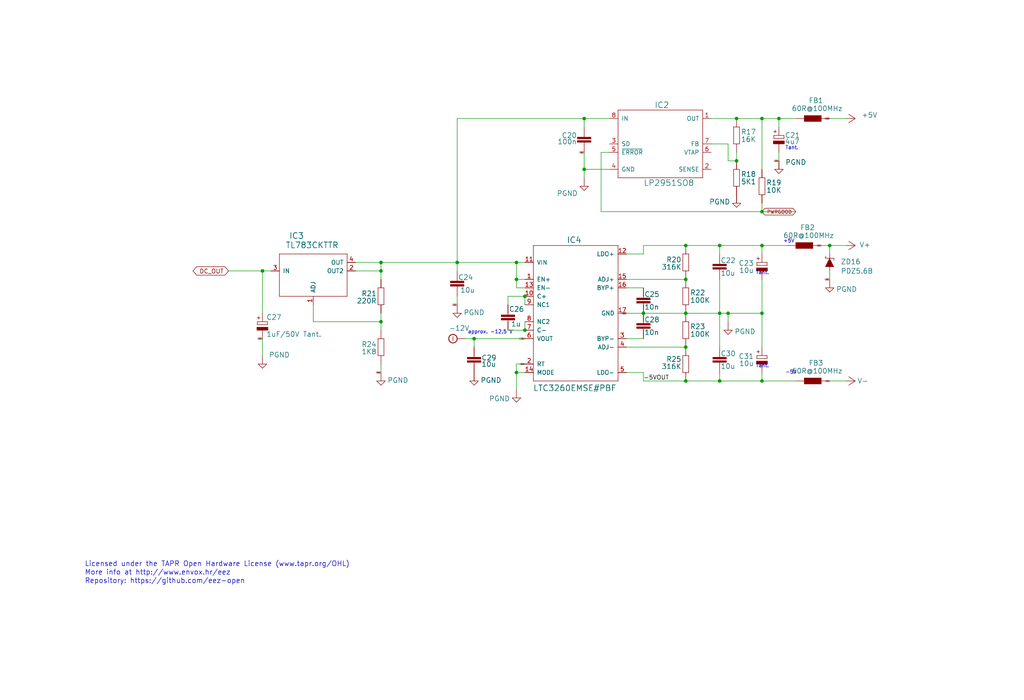
<source format=kicad_sch>
(kicad_sch (version 20210406) (generator eeschema)
  (paper "User" 307.213 210.007)
  (title_block (title "EEZ PSU consolidated") (rev "r5B13a") (comment 3 "Powergood signal") (comment 4 "Bias power supply (+/-5V, +5V, -12V)"))
  (lib_symbols
    (symbol "EEZ_PSU_consolidated_r5B13a-eagle-import:+5V" (power) (pin_names (offset 1.016))
      (property "Value" "+5V" (at -2.54 -5.08 90))
      (symbol "+5V_1_0"
        (polyline (pts (xy 0 0) (xy -1.27 -1.905)))
        (polyline (pts (xy 1.27 -1.905) (xy 0 0)))
        (pin power_in line (at 0 -2.54 90) (length 2.54) (name "+5V") (number "1"))
      )
    )
    (symbol "EEZ_PSU_consolidated_r5B13a-eagle-import:-9V" (power) (pin_names (offset 1.016))
      (property "Value" "-9V" (at -1.27 -4.699 0))
      (symbol "-9V_1_0"
        (circle (center 0 -1.27) (radius 1.27) (stroke (width 0.254)))
        (polyline (pts (xy -0.635 -1.27) (xy 0.635 -1.27)))
        (pin power_in line (at 0 2.54 270) (length 2.54) (name "-9V") (number "1"))
      )
    )
    (symbol "EEZ_PSU_consolidated_r5B13a-eagle-import:C-EUC0603" (pin_names (offset 1.016))
      (property "Reference" "C" (at 1.524 0.381 0))
      (property "Value" "C-EUC0603" (at 1.524 -4.699 0))
      (symbol "C-EUC0603_1_0"
        (rectangle (start -2.032 -2.032) (end 2.032 -1.524) (fill (type outline)))
        (rectangle (start -2.032 -1.016) (end 2.032 -0.508) (fill (type outline)))
        (polyline (pts (xy 0 -2.54) (xy 0 -2.032)))
        (polyline (pts (xy 0 0) (xy 0 -0.508)))
        (pin passive line (at 0 2.54 270) (length 2.54) (name "1") (number "1"))
        (pin passive line (at 0 -5.08 90) (length 2.54) (name "2") (number "2"))
      )
    )
    (symbol "EEZ_PSU_consolidated_r5B13a-eagle-import:C-EUC0805" (pin_names (offset 1.016))
      (property "Reference" "C" (at 1.524 0.381 0))
      (property "Value" "C-EUC0805" (at 1.524 -4.699 0))
      (symbol "C-EUC0805_1_0"
        (rectangle (start -2.032 -2.032) (end 2.032 -1.524) (fill (type outline)))
        (rectangle (start -2.032 -1.016) (end 2.032 -0.508) (fill (type outline)))
        (polyline (pts (xy 0 -2.54) (xy 0 -2.032)))
        (polyline (pts (xy 0 0) (xy 0 -0.508)))
        (pin passive line (at 0 2.54 270) (length 2.54) (name "1") (number "1"))
        (pin passive line (at 0 -5.08 90) (length 2.54) (name "2") (number "2"))
      )
    )
    (symbol "EEZ_PSU_consolidated_r5B13a-eagle-import:C-EUC1210" (pin_names (offset 1.016))
      (property "Reference" "C" (at 1.524 0.381 0))
      (property "Value" "C-EUC1210" (at 1.524 -4.699 0))
      (symbol "C-EUC1210_1_0"
        (rectangle (start -2.032 -2.032) (end 2.032 -1.524) (fill (type outline)))
        (rectangle (start -2.032 -1.016) (end 2.032 -0.508) (fill (type outline)))
        (polyline (pts (xy 0 -2.54) (xy 0 -2.032)))
        (polyline (pts (xy 0 0) (xy 0 -0.508)))
        (pin passive line (at 0 2.54 270) (length 2.54) (name "1") (number "1"))
        (pin passive line (at 0 -5.08 90) (length 2.54) (name "2") (number "2"))
      )
    )
    (symbol "EEZ_PSU_consolidated_r5B13a-eagle-import:CPOL-EUC_6032-28R" (pin_names (offset 1.016))
      (property "Reference" "C" (at 1.143 0.4826 0))
      (property "Value" "CPOL-EUC_6032-28R" (at 1.143 -4.5974 0))
      (symbol "CPOL-EUC_6032-28R_1_0"
        (text "+" (at -0.5842 0.4064 900) (effects (font (size 1.0668 1.0668)) (justify left bottom)))
        (rectangle (start -1.651 -2.54) (end 1.651 -1.651) (fill (type outline)))
        (polyline (pts (xy -1.524 -0.889) (xy 1.524 -0.889)))
        (polyline (pts (xy -1.524 0) (xy -1.524 -0.889)))
        (polyline (pts (xy -1.524 0) (xy 1.524 0)))
        (polyline (pts (xy 1.524 -0.889) (xy 1.524 0)))
        (pin passive line (at 0 2.54 270) (length 2.54) (name "+") (number "+"))
        (pin passive line (at 0 -5.08 90) (length 2.54) (name "-") (number "-"))
      )
    )
    (symbol "EEZ_PSU_consolidated_r5B13a-eagle-import:DINA4_L" (pin_names (offset 1.016))
      (symbol "DINA4_L_2_0"
        (text ">DRAWING_NAME" (at 17.78 19.05 0) (effects (font (size 2.54 2.54)) (justify left bottom)))
        (text ">LAST_DATE_TIME" (at 12.7 1.27 0) (effects (font (size 2.54 2.54)) (justify left bottom)))
        (text ">SHEET" (at 86.36 1.27 0) (effects (font (size 2.54 2.54)) (justify left bottom)))
        (text "Date:" (at 1.27 1.27 0) (effects (font (size 2.54 2.54)) (justify left bottom)))
        (text "Document Number:" (at 1.27 11.43 0) (effects (font (size 2.54 2.54)) (justify left bottom)))
        (text "REV:" (at 88.9 11.43 0) (effects (font (size 2.54 2.54)) (justify left bottom)))
        (text "Sheet:" (at 72.39 1.27 0) (effects (font (size 2.54 2.54)) (justify left bottom)))
        (text "TITLE:" (at 1.27 19.05 0) (effects (font (size 2.54 2.54)) (justify left bottom)))
        (polyline (pts (xy 0 0) (xy 0 5.08)))
        (polyline (pts (xy 0 0) (xy 71.12 0)))
        (polyline (pts (xy 0 5.08) (xy 0 15.24)))
        (polyline (pts (xy 0 5.08) (xy 71.12 5.08)))
        (polyline (pts (xy 0 15.24) (xy 0 22.86)))
        (polyline (pts (xy 0 22.86) (xy 0 35.56)))
        (polyline (pts (xy 0 22.86) (xy 101.6 22.86)))
        (polyline (pts (xy 71.12 0) (xy 101.6 0)))
        (polyline (pts (xy 71.12 5.08) (xy 71.12 0)))
        (polyline (pts (xy 71.12 5.08) (xy 87.63 5.08)))
        (polyline (pts (xy 87.63 5.08) (xy 101.6 5.08)))
        (polyline (pts (xy 87.63 15.24) (xy 0 15.24)))
        (polyline (pts (xy 87.63 15.24) (xy 87.63 5.08)))
        (polyline (pts (xy 101.6 5.08) (xy 101.6 0)))
        (polyline (pts (xy 101.6 15.24) (xy 87.63 15.24)))
        (polyline (pts (xy 101.6 15.24) (xy 101.6 5.08)))
        (polyline (pts (xy 101.6 22.86) (xy 101.6 15.24)))
        (polyline (pts (xy 101.6 35.56) (xy 0 35.56)))
        (polyline (pts (xy 101.6 35.56) (xy 101.6 22.86)))
      )
    )
    (symbol "EEZ_PSU_consolidated_r5B13a-eagle-import:ECAP1206" (pin_names (offset 1.016))
      (property "Reference" "C" (at 1.143 0.4826 0))
      (property "Value" "ECAP1206" (at 1.143 -4.5974 0))
      (symbol "ECAP1206_1_0"
        (text "+" (at -0.5842 0.4064 900) (effects (font (size 1.0668 1.0668)) (justify left bottom)))
        (rectangle (start -1.651 -2.54) (end 1.651 -1.651) (fill (type outline)))
        (polyline (pts (xy -1.524 -0.889) (xy 1.524 -0.889)))
        (polyline (pts (xy -1.524 0) (xy -1.524 -0.889)))
        (polyline (pts (xy -1.524 0) (xy 1.524 0)))
        (polyline (pts (xy 1.524 -0.889) (xy 1.524 0)))
        (pin passive line (at 0 2.54 270) (length 2.54) (name "+") (number "+"))
        (pin passive line (at 0 -5.08 90) (length 2.54) (name "-") (number "-"))
      )
    )
    (symbol "EEZ_PSU_consolidated_r5B13a-eagle-import:FERRITE_BEAD0603" (pin_names (offset 1.016))
      (property "Reference" "L" (at -3.81 1.3716 0))
      (property "Value" "FERRITE_BEAD0603" (at -3.81 -2.921 0))
      (symbol "FERRITE_BEAD0603_1_0"
        (rectangle (start -2.54 -0.889) (end 2.54 0.889) (fill (type outline)))
        (pin passive line (at -5.08 0 0) (length 2.54) (name "1") (number "P$1"))
        (pin passive line (at 5.08 0 180) (length 2.54) (name "2") (number "P$2"))
      )
    )
    (symbol "EEZ_PSU_consolidated_r5B13a-eagle-import:GND" (power) (pin_names (offset 1.016))
      (property "Value" "GND" (at -1.905 -3.175 0))
      (symbol "GND_1_0"
        (polyline (pts (xy -1.27 0) (xy 1.27 0)))
        (polyline (pts (xy 0 -1.27) (xy -1.27 0)))
        (polyline (pts (xy 1.27 0) (xy 0 -1.27)))
        (pin power_in line (at 0 2.54 270) (length 2.54) (name "GND") (number "1"))
      )
    )
    (symbol "EEZ_PSU_consolidated_r5B13a-eagle-import:LP2951SO8" (pin_names (offset 1.016))
      (property "Reference" "IC" (at -5.6388 11.303 0))
      (property "Value" "LP2951SO8" (at -6.3754 -13.3096 0))
      (symbol "LP2951SO8_1_0"
        (polyline (pts (xy -12.7 -10.16) (xy 12.7 -10.16)))
        (polyline (pts (xy -12.7 10.16) (xy -12.7 -10.16)))
        (polyline (pts (xy 12.7 -10.16) (xy 12.7 10.16)))
        (polyline (pts (xy 12.7 10.16) (xy -12.7 10.16)))
        (pin output line (at 15.24 7.62 180) (length 2.54) (name "OUT") (number "1"))
        (pin input line (at 15.24 -7.62 180) (length 2.54) (name "SENSE") (number "2"))
        (pin input line (at -15.24 0 0) (length 2.54) (name "SD") (number "3"))
        (pin passive line (at -15.24 -7.62 0) (length 2.54) (name "GND") (number "4"))
        (pin input line (at -15.24 -2.54 0) (length 2.54) (name "~ERROR") (number "5"))
        (pin input line (at 15.24 -2.54 180) (length 2.54) (name "VTAP") (number "6"))
        (pin input line (at 15.24 0 180) (length 2.54) (name "FB") (number "7"))
        (pin power_in line (at -15.24 7.62 0) (length 2.54) (name "IN") (number "8"))
      )
    )
    (symbol "EEZ_PSU_consolidated_r5B13a-eagle-import:LTC3260MSOP16" (pin_names (offset 1.016))
      (property "Reference" "IC" (at -5.2832 20.9804 0))
      (property "Value" "LTC3260MSOP16" (at -7.112 -23.4442 0))
      (symbol "LTC3260MSOP16_1_0"
        (polyline (pts (xy -12.7 -20.32) (xy 12.7 -20.32)))
        (polyline (pts (xy -12.7 20.32) (xy -12.7 -20.32)))
        (polyline (pts (xy 12.7 -20.32) (xy 12.7 20.32)))
        (polyline (pts (xy 12.7 20.32) (xy -12.7 20.32)))
        (pin unspecified line (at -15.24 10.16 0) (length 2.54) (name "EN+") (number "1"))
        (pin unspecified line (at -15.24 5.08 0) (length 2.54) (name "C+") (number "10"))
        (pin unspecified line (at -15.24 15.24 0) (length 2.54) (name "VIN") (number "11"))
        (pin unspecified line (at 15.24 17.78 180) (length 2.54) (name "LDO+") (number "12"))
        (pin unspecified line (at -15.24 7.62 0) (length 2.54) (name "EN-") (number "13"))
        (pin unspecified line (at -15.24 -17.78 0) (length 2.54) (name "MODE") (number "14"))
        (pin unspecified line (at 15.24 10.16 180) (length 2.54) (name "ADJ+") (number "15"))
        (pin unspecified line (at 15.24 7.62 180) (length 2.54) (name "BYP+") (number "16"))
        (pin unspecified line (at 15.24 0 180) (length 2.54) (name "GND") (number "17"))
        (pin unspecified line (at -15.24 -15.24 0) (length 2.54) (name "RT") (number "2"))
        (pin unspecified line (at 15.24 -7.62 180) (length 2.54) (name "BYP-") (number "3"))
        (pin unspecified line (at 15.24 -10.16 180) (length 2.54) (name "ADJ-") (number "4"))
        (pin unspecified line (at 15.24 -17.78 180) (length 2.54) (name "LDO-") (number "5"))
        (pin unspecified line (at -15.24 -7.62 0) (length 2.54) (name "VOUT") (number "6"))
        (pin unspecified line (at -15.24 -5.08 0) (length 2.54) (name "C-") (number "7"))
        (pin unspecified line (at -15.24 -2.54 0) (length 2.54) (name "NC2") (number "8"))
        (pin unspecified line (at -15.24 2.54 0) (length 2.54) (name "NC1") (number "9"))
      )
    )
    (symbol "EEZ_PSU_consolidated_r5B13a-eagle-import:R-EU_R0805" (pin_names (offset 1.016))
      (property "Reference" "R" (at -3.81 1.4986 0))
      (property "Value" "R-EU_R0805" (at -3.81 -3.302 0))
      (symbol "R-EU_R0805_1_0"
        (polyline (pts (xy -2.54 -0.889) (xy -2.54 0.889)))
        (polyline (pts (xy -2.54 -0.889) (xy 2.54 -0.889)))
        (polyline (pts (xy 2.54 -0.889) (xy 2.54 0.889)))
        (polyline (pts (xy 2.54 0.889) (xy -2.54 0.889)))
        (pin passive line (at -5.08 0 0) (length 2.54) (name "1") (number "1"))
        (pin passive line (at 5.08 0 180) (length 2.54) (name "2") (number "2"))
      )
    )
    (symbol "EEZ_PSU_consolidated_r5B13a-eagle-import:TL783CKTTR" (pin_names (offset 1.016))
      (property "Reference" "IC" (at -4.7498 7.0104 0))
      (property "Value" "TL783CKTTR" (at -5.7912 -16.129 0))
      (symbol "TL783CKTTR_1_0"
        (polyline (pts (xy -10.16 -7.62) (xy 10.16 -7.62)))
        (polyline (pts (xy -10.16 5.08) (xy -10.16 -7.62)))
        (polyline (pts (xy 10.16 -7.62) (xy 10.16 5.08)))
        (polyline (pts (xy 10.16 5.08) (xy -10.16 5.08)))
        (pin passive line (at 0 -10.16 90) (length 2.54) (name "ADJ") (number "1"))
        (pin output line (at 12.7 0 180) (length 2.54) (name "OUT2") (number "2"))
        (pin input line (at -12.7 0 0) (length 2.54) (name "IN") (number "3"))
        (pin output line (at 12.7 2.54 180) (length 2.54) (name "OUT") (number "4"))
      )
    )
    (symbol "EEZ_PSU_consolidated_r5B13a-eagle-import:V+" (power) (pin_names (offset 1.016))
      (property "Value" "V+" (at -1.27 1.27 0))
      (symbol "V+_1_0"
        (polyline (pts (xy 0 0) (xy -1.27 -1.905)))
        (polyline (pts (xy 1.27 -1.905) (xy 0 0)))
        (pin power_in line (at 0 -2.54 90) (length 2.54) (name "V+") (number "1"))
      )
    )
    (symbol "EEZ_PSU_consolidated_r5B13a-eagle-import:V-" (power) (pin_names (offset 1.016))
      (property "Value" "V-" (at -1.27 -2.54 0))
      (symbol "V-_1_0"
        (polyline (pts (xy -1.27 1.905) (xy 0 0)))
        (polyline (pts (xy 0 0) (xy 1.27 1.905)))
        (pin power_in line (at 0 2.54 270) (length 2.54) (name "V-") (number "1"))
      )
    )
    (symbol "EEZ_PSU_consolidated_r5B13a-eagle-import:ZENER-DIODESOD323" (pin_names (offset 1.016))
      (property "Reference" "ZD" (at -1.778 1.905 0))
      (property "Value" "ZENER-DIODESOD323" (at -1.778 -3.429 0))
      (symbol "ZENER-DIODESOD323_1_0"
        (polyline (pts (xy 1.27 -1.27) (xy 0.635 -1.27)))
        (polyline (pts (xy 1.27 0) (xy 1.27 -1.27)))
        (polyline (pts (xy 1.27 1.27) (xy 1.27 0)))
        (polyline (pts (xy 1.905 1.27) (xy 1.27 1.27)))
        (polyline (pts (xy 1.27 0) (xy -1.27 1.27) (xy -1.27 -1.27)) (fill (type outline)))
        (pin passive line (at -2.54 0 0) (length 2.54) (name "A") (number "A"))
        (pin passive line (at 2.54 0 180) (length 2.54) (name "C") (number "C"))
      )
    )
  )
  (junction (at 78.74 81.28) (diameter 0.9144))
  (junction (at 114.3 78.74) (diameter 0.9144))
  (junction (at 114.3 81.28) (diameter 0.9144))
  (junction (at 114.3 96.52) (diameter 0.9144))
  (junction (at 137.16 78.74) (diameter 0.9144))
  (junction (at 142.24 101.6) (diameter 0.9144))
  (junction (at 154.94 78.74) (diameter 0.9144))
  (junction (at 154.94 83.82) (diameter 0.9144))
  (junction (at 154.94 111.76) (diameter 0.9144))
  (junction (at 157.48 88.9) (diameter 0.9144))
  (junction (at 157.48 99.06) (diameter 0.9144))
  (junction (at 175.26 35.56) (diameter 0.9144))
  (junction (at 175.26 50.8) (diameter 0.9144))
  (junction (at 193.04 93.98) (diameter 0.9144))
  (junction (at 205.74 73.66) (diameter 0.9144))
  (junction (at 205.74 83.82) (diameter 0.9144))
  (junction (at 205.74 93.98) (diameter 0.9144))
  (junction (at 205.74 104.14) (diameter 0.9144))
  (junction (at 205.74 114.3) (diameter 0.9144))
  (junction (at 215.9 73.66) (diameter 0.9144))
  (junction (at 215.9 93.98) (diameter 0.9144))
  (junction (at 215.9 114.3) (diameter 0.9144))
  (junction (at 218.44 93.98) (diameter 0.9144))
  (junction (at 220.98 35.56) (diameter 0.9144))
  (junction (at 220.98 48.26) (diameter 0.9144))
  (junction (at 228.6 35.56) (diameter 0.9144))
  (junction (at 228.6 63.5) (diameter 0.9144))
  (junction (at 228.6 73.66) (diameter 0.9144))
  (junction (at 228.6 93.98) (diameter 0.9144))
  (junction (at 228.6 114.3) (diameter 0.9144))
  (junction (at 233.68 35.56) (diameter 0.9144))
  (junction (at 248.92 73.66) (diameter 0.9144))
  (wire (pts (xy 68.58 81.28) (xy 78.74 81.28)))
  (wire (pts (xy 78.74 81.28) (xy 81.28 81.28)))
  (wire (pts (xy 78.74 93.98) (xy 78.74 81.28)))
  (wire (pts (xy 78.74 101.6) (xy 78.74 106.68)))
  (wire (pts (xy 93.98 96.52) (xy 93.98 91.44)))
  (wire (pts (xy 106.68 78.74) (xy 114.3 78.74)))
  (wire (pts (xy 106.68 81.28) (xy 114.3 81.28)))
  (wire (pts (xy 114.3 78.74) (xy 137.16 78.74)))
  (wire (pts (xy 114.3 81.28) (xy 114.3 78.74)))
  (wire (pts (xy 114.3 83.82) (xy 114.3 81.28)))
  (wire (pts (xy 114.3 93.98) (xy 114.3 96.52)))
  (wire (pts (xy 114.3 96.52) (xy 93.98 96.52)))
  (wire (pts (xy 114.3 96.52) (xy 114.3 99.06)))
  (wire (pts (xy 114.3 111.76) (xy 114.3 109.22)))
  (wire (pts (xy 137.16 35.56) (xy 137.16 78.74)))
  (wire (pts (xy 137.16 78.74) (xy 154.94 78.74)))
  (wire (pts (xy 137.16 81.28) (xy 137.16 78.74)))
  (wire (pts (xy 137.16 91.44) (xy 137.16 88.9)))
  (wire (pts (xy 142.24 101.6) (xy 139.7 101.6)))
  (wire (pts (xy 142.24 101.6) (xy 142.24 104.14)))
  (wire (pts (xy 152.4 88.9) (xy 152.4 91.44)))
  (wire (pts (xy 154.94 83.82) (xy 154.94 78.74)))
  (wire (pts (xy 154.94 86.36) (xy 154.94 83.82)))
  (wire (pts (xy 154.94 109.22) (xy 154.94 111.76)))
  (wire (pts (xy 154.94 111.76) (xy 154.94 116.84)))
  (wire (pts (xy 157.48 78.74) (xy 154.94 78.74)))
  (wire (pts (xy 157.48 83.82) (xy 154.94 83.82)))
  (wire (pts (xy 157.48 86.36) (xy 154.94 86.36)))
  (wire (pts (xy 157.48 88.9) (xy 152.4 88.9)))
  (wire (pts (xy 157.48 91.44) (xy 157.48 88.9)))
  (wire (pts (xy 157.48 96.52) (xy 157.48 99.06)))
  (wire (pts (xy 157.48 99.06) (xy 152.4 99.06)))
  (wire (pts (xy 157.48 101.6) (xy 142.24 101.6)))
  (wire (pts (xy 157.48 109.22) (xy 154.94 109.22)))
  (wire (pts (xy 157.48 111.76) (xy 154.94 111.76)))
  (wire (pts (xy 175.26 35.56) (xy 137.16 35.56)))
  (wire (pts (xy 175.26 38.1) (xy 175.26 35.56)))
  (wire (pts (xy 175.26 45.72) (xy 175.26 50.8)))
  (wire (pts (xy 175.26 50.8) (xy 175.26 53.34)))
  (wire (pts (xy 180.34 45.72) (xy 182.88 45.72)))
  (wire (pts (xy 180.34 63.5) (xy 180.34 45.72)))
  (wire (pts (xy 182.88 35.56) (xy 175.26 35.56)))
  (wire (pts (xy 182.88 50.8) (xy 175.26 50.8)))
  (wire (pts (xy 187.96 76.2) (xy 193.04 76.2)))
  (wire (pts (xy 187.96 83.82) (xy 205.74 83.82)))
  (wire (pts (xy 187.96 86.36) (xy 193.04 86.36)))
  (wire (pts (xy 187.96 93.98) (xy 193.04 93.98)))
  (wire (pts (xy 187.96 101.6) (xy 193.04 101.6)))
  (wire (pts (xy 187.96 104.14) (xy 205.74 104.14)))
  (wire (pts (xy 187.96 111.76) (xy 193.04 111.76)))
  (wire (pts (xy 193.04 73.66) (xy 205.74 73.66)))
  (wire (pts (xy 193.04 76.2) (xy 193.04 73.66)))
  (wire (pts (xy 193.04 111.76) (xy 193.04 114.3)))
  (wire (pts (xy 193.04 114.3) (xy 205.74 114.3)))
  (wire (pts (xy 205.74 73.66) (xy 215.9 73.66)))
  (wire (pts (xy 205.74 93.98) (xy 193.04 93.98)))
  (wire (pts (xy 205.74 93.98) (xy 215.9 93.98)))
  (wire (pts (xy 205.74 114.3) (xy 215.9 114.3)))
  (wire (pts (xy 213.36 35.56) (xy 220.98 35.56)))
  (wire (pts (xy 213.36 43.18) (xy 218.44 43.18)))
  (wire (pts (xy 215.9 73.66) (xy 215.9 76.2)))
  (wire (pts (xy 215.9 73.66) (xy 228.6 73.66)))
  (wire (pts (xy 215.9 83.82) (xy 215.9 93.98)))
  (wire (pts (xy 215.9 93.98) (xy 218.44 93.98)))
  (wire (pts (xy 215.9 104.14) (xy 215.9 93.98)))
  (wire (pts (xy 215.9 114.3) (xy 215.9 111.76)))
  (wire (pts (xy 215.9 114.3) (xy 228.6 114.3)))
  (wire (pts (xy 218.44 43.18) (xy 218.44 48.26)))
  (wire (pts (xy 218.44 48.26) (xy 220.98 48.26)))
  (wire (pts (xy 218.44 93.98) (xy 218.44 96.52)))
  (wire (pts (xy 218.44 93.98) (xy 228.6 93.98)))
  (wire (pts (xy 220.98 45.72) (xy 220.98 48.26)))
  (wire (pts (xy 228.6 35.56) (xy 220.98 35.56)))
  (wire (pts (xy 228.6 50.8) (xy 228.6 35.56)))
  (wire (pts (xy 228.6 60.96) (xy 228.6 63.5)))
  (wire (pts (xy 228.6 63.5) (xy 180.34 63.5)))
  (wire (pts (xy 228.6 63.5) (xy 238.76 63.5)))
  (wire (pts (xy 228.6 73.66) (xy 236.22 73.66)))
  (wire (pts (xy 228.6 76.2) (xy 228.6 73.66)))
  (wire (pts (xy 228.6 93.98) (xy 228.6 83.82)))
  (wire (pts (xy 228.6 104.14) (xy 228.6 93.98)))
  (wire (pts (xy 228.6 111.76) (xy 228.6 114.3)))
  (wire (pts (xy 228.6 114.3) (xy 238.76 114.3)))
  (wire (pts (xy 233.68 35.56) (xy 228.6 35.56)))
  (wire (pts (xy 233.68 38.1) (xy 233.68 35.56)))
  (wire (pts (xy 233.68 48.26) (xy 233.68 45.72)))
  (wire (pts (xy 238.76 35.56) (xy 233.68 35.56)))
  (wire (pts (xy 246.38 73.66) (xy 248.92 73.66)))
  (wire (pts (xy 248.92 35.56) (xy 254 35.56)))
  (wire (pts (xy 248.92 73.66) (xy 254 73.66)))
  (wire (pts (xy 248.92 76.2) (xy 248.92 73.66)))
  (wire (pts (xy 248.92 83.82) (xy 248.92 81.28)))
  (wire (pts (xy 248.92 114.3) (xy 254 114.3)))
  (text "Licensed under the TAPR Open Hardware License (www.tapr.org/OHL)" (at 25.4 170.18 0) (effects (font (size 1.4986 1.4986)) (justify left bottom)))
  (text "More info at http://www.envox.hr/eez" (at 25.4 172.72 0) (effects (font (size 1.4986 1.4986)) (justify left bottom)))
  (text "Repository: https://github.com/eez-open" (at 25.4 175.26 0) (effects (font (size 1.4986 1.4986)) (justify left bottom)))
  (text "approx. -12.5 V" (at 140.335 100.33 0) (effects (font (size 1.0668 1.0668)) (justify left bottom)))
  (text "Tant." (at 226.695 82.55 0) (effects (font (size 1.0668 1.0668)) (justify left bottom)))
  (text "Tant." (at 226.695 110.49 0) (effects (font (size 1.0668 1.0668)) (justify left bottom)))
  (text "+5V" (at 234.95 73.025 0) (effects (font (size 1.0668 1.0668)) (justify left bottom)))
  (text "Tant." (at 235.585 45.085 0) (effects (font (size 1.0668 1.0668)) (justify left bottom)))
  (text "-5V" (at 235.585 112.395 0) (effects (font (size 1.0668 1.0668)) (justify left bottom)))
  (label "-5VOUT" (at 193.04 114.3 0))
  (global_label "DC_OUT" (shape bidirectional) (at 68.58 81.28 180) (property "Intersheet References" "${INTERSHEET_REFS}" (effects hide)))
  (global_label "GND" (shape bidirectional) (at 78.74 101.6 180) (effects (font (size 0.254 0.254))) (property "Intersheet References" "${INTERSHEET_REFS}" (effects hide)))
  (global_label "GND" (shape bidirectional) (at 114.3 111.76 180) (effects (font (size 0.254 0.254))) (property "Intersheet References" "${INTERSHEET_REFS}" (effects hide)))
  (global_label "GND" (shape bidirectional) (at 137.16 91.44 180) (effects (font (size 0.254 0.254))) (property "Intersheet References" "${INTERSHEET_REFS}" (effects hide)))
  (global_label "-12V" (shape bidirectional) (at 157.48 101.6 180) (effects (font (size 0.254 0.254))) (property "Intersheet References" "${INTERSHEET_REFS}" (effects hide)))
  (global_label "GND" (shape bidirectional) (at 157.48 109.22 180) (effects (font (size 0.254 0.254))) (property "Intersheet References" "${INTERSHEET_REFS}" (effects hide)))
  (global_label "GND" (shape bidirectional) (at 175.26 45.72 180) (effects (font (size 0.254 0.254))) (property "Intersheet References" "${INTERSHEET_REFS}" (effects hide)))
  (global_label "GND" (shape bidirectional) (at 187.96 93.98 180) (effects (font (size 0.254 0.254))) (property "Intersheet References" "${INTERSHEET_REFS}" (effects hide)))
  (global_label "GND" (shape bidirectional) (at 233.68 48.26 180) (effects (font (size 0.254 0.254))) (property "Intersheet References" "${INTERSHEET_REFS}" (effects hide)))
  (global_label "PWRGOOD" (shape bidirectional) (at 238.76 63.5 180) (effects (font (size 1.016 1.016))) (property "Intersheet References" "${INTERSHEET_REFS}" (effects hide)))
  (global_label "V+" (shape bidirectional) (at 246.38 73.66 180) (effects (font (size 0.254 0.254))) (property "Intersheet References" "${INTERSHEET_REFS}" (effects hide)))
  (global_label "+5V" (shape bidirectional) (at 248.92 35.56 180) (effects (font (size 0.254 0.254))) (property "Intersheet References" "${INTERSHEET_REFS}" (effects hide)))
  (global_label "GND" (shape bidirectional) (at 248.92 83.82 180) (effects (font (size 0.254 0.254))) (property "Intersheet References" "${INTERSHEET_REFS}" (effects hide)))
  (global_label "V-" (shape bidirectional) (at 248.92 114.3 180) (effects (font (size 0.254 0.254))) (property "Intersheet References" "${INTERSHEET_REFS}" (effects hide)))
  (symbol (lib_id "EEZ_PSU_consolidated_r5B13a-eagle-import:DINA4_L") (at 22.86 177.8 0)
    (property "Reference" "#FRAME7" (effects hide))
    (property "Value" "DINA4_L" (effects hide))
  )
  (symbol (lib_id "EEZ_PSU_consolidated_r5B13a-eagle-import:+5V") (at 256.54 35.56 270) (mirror x)
    (property "Reference" "#P+06" (effects hide))
    (property "Value" "+5V" (at 258.445 33.655 90) (effects (font (size 1.4986 1.4986)) (justify left bottom)))
  )
  (symbol (lib_id "EEZ_PSU_consolidated_r5B13a-eagle-import:V+") (at 256.54 73.66 270)
    (property "Reference" "#P+010" (effects hide))
    (property "Value" "V+" (at 257.81 74.295 90) (effects (font (size 1.4986 1.4986)) (justify left bottom)))
  )
  (symbol (lib_id "EEZ_PSU_consolidated_r5B13a-eagle-import:V-") (at 256.54 114.3 90) (mirror x)
    (property "Reference" "#SUPPLY063" (effects hide))
    (property "Value" "V-" (at 257.175 113.411 90) (effects (font (size 1.4986 1.4986)) (justify right top)))
  )
  (symbol (lib_id "EEZ_PSU_consolidated_r5B13a-eagle-import:GND") (at 78.74 109.22 0)
    (property "Reference" "#SUPPLY0123" (effects hide))
    (property "Value" "PGND" (at 80.645 107.315 0) (effects (font (size 1.4986 1.4986)) (justify left bottom)))
  )
  (symbol (lib_id "EEZ_PSU_consolidated_r5B13a-eagle-import:GND") (at 114.3 114.3 0)
    (property "Reference" "#SUPPLY020" (effects hide))
    (property "Value" "PGND" (at 116.205 114.935 0) (effects (font (size 1.4986 1.4986)) (justify left bottom)))
  )
  (symbol (lib_id "EEZ_PSU_consolidated_r5B13a-eagle-import:GND") (at 137.16 93.98 0)
    (property "Reference" "#SUPPLY067" (effects hide))
    (property "Value" "PGND" (at 139.065 94.615 0) (effects (font (size 1.4986 1.4986)) (justify left bottom)))
  )
  (symbol (lib_id "EEZ_PSU_consolidated_r5B13a-eagle-import:GND") (at 142.24 114.3 0)
    (property "Reference" "#SUPPLY040" (effects hide))
    (property "Value" "PGND" (at 144.145 114.935 0) (effects (font (size 1.4986 1.4986)) (justify left bottom)))
  )
  (symbol (lib_id "EEZ_PSU_consolidated_r5B13a-eagle-import:GND") (at 154.94 119.38 0)
    (property "Reference" "#SUPPLY023" (effects hide))
    (property "Value" "PGND" (at 153.035 118.745 0) (effects (font (size 1.4986 1.4986)) (justify right top)))
  )
  (symbol (lib_id "EEZ_PSU_consolidated_r5B13a-eagle-import:GND") (at 175.26 55.88 0)
    (property "Reference" "#SUPPLY0101" (effects hide))
    (property "Value" "PGND" (at 173.355 57.15 0) (effects (font (size 1.4986 1.4986)) (justify right top)))
  )
  (symbol (lib_id "EEZ_PSU_consolidated_r5B13a-eagle-import:GND") (at 218.44 99.06 0)
    (property "Reference" "#SUPPLY030" (effects hide))
    (property "Value" "PGND" (at 220.345 100.33 0) (effects (font (size 1.4986 1.4986)) (justify left bottom)))
  )
  (symbol (lib_id "EEZ_PSU_consolidated_r5B13a-eagle-import:GND") (at 220.98 60.96 0)
    (property "Reference" "#SUPPLY043" (effects hide))
    (property "Value" "PGND" (at 219.075 59.69 0) (effects (font (size 1.4986 1.4986)) (justify right top)))
  )
  (symbol (lib_id "EEZ_PSU_consolidated_r5B13a-eagle-import:GND") (at 233.68 50.8 0)
    (property "Reference" "#SUPPLY044" (effects hide))
    (property "Value" "PGND" (at 235.585 49.53 0) (effects (font (size 1.4986 1.4986)) (justify left bottom)))
  )
  (symbol (lib_id "EEZ_PSU_consolidated_r5B13a-eagle-import:GND") (at 248.92 86.36 0)
    (property "Reference" "#SUPPLY0127" (effects hide))
    (property "Value" "PGND" (at 250.825 87.63 0) (effects (font (size 1.4986 1.4986)) (justify left bottom)))
  )
  (symbol (lib_id "EEZ_PSU_consolidated_r5B13a-eagle-import:ZENER-DIODESOD323") (at 248.92 78.74 90)
    (property "Reference" "ZD16" (at 252.222 79.375 90) (effects (font (size 1.4986 1.4986)) (justify right top)))
    (property "Value" "PDZ5.6B" (at 252.222 82.169 90) (effects (font (size 1.4986 1.4986)) (justify right top)))
    (property "Footprint" "EEZ PSU consolidated r5B13a:SOD323-W" (effects hide))
  )
  (symbol (lib_id "EEZ_PSU_consolidated_r5B13a-eagle-import:-9V") (at 137.16 101.6 270)
    (property "Reference" "#SUPPLY021" (effects hide))
    (property "Value" "-12V" (at 134.62 99.314 90) (effects (font (size 1.4986 1.4986)) (justify left bottom)))
  )
  (symbol (lib_id "EEZ_PSU_consolidated_r5B13a-eagle-import:R-EU_R0805") (at 114.3 88.9 270)
    (property "Reference" "R21" (at 113.03 87.2236 90) (effects (font (size 1.4986 1.4986)) (justify right top)))
    (property "Value" "220R" (at 113.03 89.408 90) (effects (font (size 1.4986 1.4986)) (justify right top)))
    (property "Footprint" "EEZ PSU consolidated r5B13a:R0805" (effects hide))
  )
  (symbol (lib_id "EEZ_PSU_consolidated_r5B13a-eagle-import:R-EU_R0805") (at 114.3 104.14 270)
    (property "Reference" "R24" (at 113.03 102.4636 90) (effects (font (size 1.4986 1.4986)) (justify right top)))
    (property "Value" "1K8" (at 113.03 104.648 90) (effects (font (size 1.4986 1.4986)) (justify right top)))
    (property "Footprint" "EEZ PSU consolidated r5B13a:R0805" (effects hide))
  )
  (symbol (lib_id "EEZ_PSU_consolidated_r5B13a-eagle-import:R-EU_R0805") (at 205.74 78.74 270)
    (property "Reference" "R20" (at 204.47 77.0636 90) (effects (font (size 1.4986 1.4986)) (justify right top)))
    (property "Value" "316K" (at 204.47 79.248 90) (effects (font (size 1.4986 1.4986)) (justify right top)))
    (property "Footprint" "EEZ PSU consolidated r5B13a:R0805" (effects hide))
  )
  (symbol (lib_id "EEZ_PSU_consolidated_r5B13a-eagle-import:R-EU_R0805") (at 205.74 88.9 270)
    (property "Reference" "R22" (at 207.01 88.6714 90) (effects (font (size 1.4986 1.4986)) (justify left bottom)))
    (property "Value" "100K" (at 207.01 90.932 90) (effects (font (size 1.4986 1.4986)) (justify left bottom)))
    (property "Footprint" "EEZ PSU consolidated r5B13a:R0805" (effects hide))
  )
  (symbol (lib_id "EEZ_PSU_consolidated_r5B13a-eagle-import:R-EU_R0805") (at 205.74 99.06 270)
    (property "Reference" "R23" (at 207.01 98.8314 90) (effects (font (size 1.4986 1.4986)) (justify left bottom)))
    (property "Value" "100K" (at 207.01 101.092 90) (effects (font (size 1.4986 1.4986)) (justify left bottom)))
    (property "Footprint" "EEZ PSU consolidated r5B13a:R0805" (effects hide))
  )
  (symbol (lib_id "EEZ_PSU_consolidated_r5B13a-eagle-import:R-EU_R0805") (at 205.74 109.22 270)
    (property "Reference" "R25" (at 204.47 106.9086 90) (effects (font (size 1.4986 1.4986)) (justify right top)))
    (property "Value" "316K" (at 204.47 109.093 90) (effects (font (size 1.4986 1.4986)) (justify right top)))
    (property "Footprint" "EEZ PSU consolidated r5B13a:R0805" (effects hide))
  )
  (symbol (lib_id "EEZ_PSU_consolidated_r5B13a-eagle-import:R-EU_R0805") (at 220.98 40.64 270)
    (property "Reference" "R17" (at 222.25 40.4114 90) (effects (font (size 1.4986 1.4986)) (justify left bottom)))
    (property "Value" "16K" (at 222.25 42.672 90) (effects (font (size 1.4986 1.4986)) (justify left bottom)))
    (property "Footprint" "EEZ PSU consolidated r5B13a:R0805" (effects hide))
  )
  (symbol (lib_id "EEZ_PSU_consolidated_r5B13a-eagle-import:R-EU_R0805") (at 220.98 53.34 270)
    (property "Reference" "R18" (at 222.25 53.1114 90) (effects (font (size 1.4986 1.4986)) (justify left bottom)))
    (property "Value" "5K1" (at 222.25 55.372 90) (effects (font (size 1.4986 1.4986)) (justify left bottom)))
    (property "Footprint" "EEZ PSU consolidated r5B13a:R0805" (effects hide))
  )
  (symbol (lib_id "EEZ_PSU_consolidated_r5B13a-eagle-import:R-EU_R0805") (at 228.6 55.88 270)
    (property "Reference" "R19" (at 229.87 55.6514 90) (effects (font (size 1.4986 1.4986)) (justify left bottom)))
    (property "Value" "10K" (at 229.87 57.912 90) (effects (font (size 1.4986 1.4986)) (justify left bottom)))
    (property "Footprint" "EEZ PSU consolidated r5B13a:R0805" (effects hide))
  )
  (symbol (lib_id "EEZ_PSU_consolidated_r5B13a-eagle-import:FERRITE_BEAD0603") (at 241.3 73.66 0)
    (property "Reference" "FB2" (at 240.03 69.1134 0) (effects (font (size 1.4986 1.4986)) (justify left bottom)))
    (property "Value" "60R@100MHz" (at 234.95 71.501 0) (effects (font (size 1.4986 1.4986)) (justify left bottom)))
    (property "Footprint" "EEZ PSU consolidated r5B13a:BEAD0603" (effects hide))
  )
  (symbol (lib_id "EEZ_PSU_consolidated_r5B13a-eagle-import:FERRITE_BEAD0603") (at 243.84 35.56 0)
    (property "Reference" "FB1" (at 242.57 31.0134 0) (effects (font (size 1.4986 1.4986)) (justify left bottom)))
    (property "Value" "60R@100MHz" (at 237.49 33.401 0) (effects (font (size 1.4986 1.4986)) (justify left bottom)))
    (property "Footprint" "EEZ PSU consolidated r5B13a:BEAD0603" (effects hide))
  )
  (symbol (lib_id "EEZ_PSU_consolidated_r5B13a-eagle-import:FERRITE_BEAD0603") (at 243.84 114.3 0)
    (property "Reference" "FB3" (at 242.57 109.7534 0) (effects (font (size 1.4986 1.4986)) (justify left bottom)))
    (property "Value" "60R@100MHz" (at 237.49 112.141 0) (effects (font (size 1.4986 1.4986)) (justify left bottom)))
    (property "Footprint" "EEZ PSU consolidated r5B13a:BEAD0603" (effects hide))
  )
  (symbol (lib_id "EEZ_PSU_consolidated_r5B13a-eagle-import:CPOL-EUC_6032-28R") (at 78.74 96.52 0)
    (property "Reference" "C27" (at 79.883 96.0374 0) (effects (font (size 1.4986 1.4986)) (justify left bottom)))
    (property "Value" "1uF/50V Tant." (at 79.883 101.1174 0) (effects (font (size 1.4986 1.4986)) (justify left bottom)))
    (property "Footprint" "EEZ PSU consolidated r5B13a:C_6032-28R" (effects hide))
  )
  (symbol (lib_id "EEZ_PSU_consolidated_r5B13a-eagle-import:ECAP1206") (at 228.6 78.74 0)
    (property "Reference" "C23" (at 226.187 78.105 0) (effects (font (size 1.4986 1.4986)) (justify right top)))
    (property "Value" "10u" (at 226.187 80.264 0) (effects (font (size 1.4986 1.4986)) (justify right top)))
    (property "Footprint" "EEZ PSU consolidated r5B13a:EC1206" (effects hide))
  )
  (symbol (lib_id "EEZ_PSU_consolidated_r5B13a-eagle-import:ECAP1206") (at 228.6 106.68 0)
    (property "Reference" "C31" (at 226.187 106.045 0) (effects (font (size 1.4986 1.4986)) (justify right top)))
    (property "Value" "10u" (at 226.187 108.204 0) (effects (font (size 1.4986 1.4986)) (justify right top)))
    (property "Footprint" "EEZ PSU consolidated r5B13a:EC1206" (effects hide))
  )
  (symbol (lib_id "EEZ_PSU_consolidated_r5B13a-eagle-import:ECAP1206") (at 233.68 40.64 0)
    (property "Reference" "C21" (at 235.458 41.4274 0) (effects (font (size 1.4986 1.4986)) (justify left bottom)))
    (property "Value" "4u7" (at 235.458 43.3324 0) (effects (font (size 1.4986 1.4986)) (justify left bottom)))
    (property "Footprint" "EEZ PSU consolidated r5B13a:EC1206" (effects hide))
  )
  (symbol (lib_id "EEZ_PSU_consolidated_r5B13a-eagle-import:C-EUC1210") (at 137.16 83.82 0)
    (property "Reference" "C24" (at 137.414 84.074 0) (effects (font (size 1.4986 1.4986)) (justify left bottom)))
    (property "Value" "10u" (at 138.049 87.884 0) (effects (font (size 1.4986 1.4986)) (justify left bottom)))
    (property "Footprint" "EEZ PSU consolidated r5B13a:C1210" (effects hide))
  )
  (symbol (lib_id "EEZ_PSU_consolidated_r5B13a-eagle-import:C-EUC1210") (at 142.24 106.68 0)
    (property "Reference" "C29" (at 144.399 108.204 0) (effects (font (size 1.4986 1.4986)) (justify left bottom)))
    (property "Value" "10u" (at 144.399 110.109 0) (effects (font (size 1.4986 1.4986)) (justify left bottom)))
    (property "Footprint" "EEZ PSU consolidated r5B13a:C1210" (effects hide))
  )
  (symbol (lib_id "EEZ_PSU_consolidated_r5B13a-eagle-import:C-EUC0805") (at 152.4 93.98 0)
    (property "Reference" "C26" (at 152.654 93.599 0) (effects (font (size 1.4986 1.4986)) (justify left bottom)))
    (property "Value" "1u" (at 153.289 98.044 0) (effects (font (size 1.4986 1.4986)) (justify left bottom)))
    (property "Footprint" "EEZ PSU consolidated r5B13a:C0805" (effects hide))
  )
  (symbol (lib_id "EEZ_PSU_consolidated_r5B13a-eagle-import:C-EUC0603") (at 175.26 40.64 0)
    (property "Reference" "C20" (at 173.101 39.751 0) (effects (font (size 1.4986 1.4986)) (justify right top)))
    (property "Value" "100n" (at 173.101 41.656 0) (effects (font (size 1.4986 1.4986)) (justify right top)))
    (property "Footprint" "EEZ PSU consolidated r5B13a:C0603" (effects hide))
  )
  (symbol (lib_id "EEZ_PSU_consolidated_r5B13a-eagle-import:C-EUC0805") (at 193.04 91.44 0) (mirror x)
    (property "Reference" "C25" (at 193.294 89.154 0) (effects (font (size 1.4986 1.4986)) (justify left top)))
    (property "Value" "10n" (at 193.294 92.964 0) (effects (font (size 1.4986 1.4986)) (justify left top)))
    (property "Footprint" "EEZ PSU consolidated r5B13a:C0805" (effects hide))
  )
  (symbol (lib_id "EEZ_PSU_consolidated_r5B13a-eagle-import:C-EUC0805") (at 193.04 96.52 0)
    (property "Reference" "C28" (at 193.294 96.774 0) (effects (font (size 1.4986 1.4986)) (justify left bottom)))
    (property "Value" "10n" (at 193.294 100.584 0) (effects (font (size 1.4986 1.4986)) (justify left bottom)))
    (property "Footprint" "EEZ PSU consolidated r5B13a:C0805" (effects hide))
  )
  (symbol (lib_id "EEZ_PSU_consolidated_r5B13a-eagle-import:C-EUC1210") (at 215.9 78.74 0)
    (property "Reference" "C22" (at 216.154 78.994 0) (effects (font (size 1.4986 1.4986)) (justify left bottom)))
    (property "Value" "10u" (at 216.154 82.804 0) (effects (font (size 1.4986 1.4986)) (justify left bottom)))
    (property "Footprint" "EEZ PSU consolidated r5B13a:C1210" (effects hide))
  )
  (symbol (lib_id "EEZ_PSU_consolidated_r5B13a-eagle-import:C-EUC1210") (at 215.9 106.68 0)
    (property "Reference" "C30" (at 216.154 106.934 0) (effects (font (size 1.4986 1.4986)) (justify left bottom)))
    (property "Value" "10u" (at 216.154 110.744 0) (effects (font (size 1.4986 1.4986)) (justify left bottom)))
    (property "Footprint" "EEZ PSU consolidated r5B13a:C1210" (effects hide))
  )
  (symbol (lib_id "EEZ_PSU_consolidated_r5B13a-eagle-import:TL783CKTTR") (at 93.98 81.28 0)
    (property "Reference" "IC3" (at 86.6902 71.7296 0) (effects (font (size 1.7526 1.7526)) (justify left bottom)))
    (property "Value" "TL783CKTTR" (at 85.6488 74.549 0) (effects (font (size 1.7526 1.7526)) (justify left bottom)))
    (property "Footprint" "EEZ PSU consolidated r5B13a:TO254P1524X483-4N" (effects hide))
  )
  (symbol (lib_id "EEZ_PSU_consolidated_r5B13a-eagle-import:LP2951SO8") (at 198.12 43.18 0)
    (property "Reference" "IC2" (at 196.2912 32.512 0) (effects (font (size 1.7526 1.7526)) (justify left bottom)))
    (property "Value" "LP2951SO8" (at 193.0146 55.8546 0) (effects (font (size 1.7526 1.7526)) (justify left bottom)))
    (property "Footprint" "EEZ PSU consolidated r5B13a:SOIC127P600X175-8N" (effects hide))
  )
  (symbol (lib_id "EEZ_PSU_consolidated_r5B13a-eagle-import:LTC3260MSOP16") (at 172.72 93.98 0)
    (property "Reference" "IC4" (at 169.9768 72.9996 0) (effects (font (size 1.7526 1.7526)) (justify left bottom)))
    (property "Value" "LTC3260EMSE#PBF" (at 159.893 117.4242 0) (effects (font (size 1.7526 1.7526)) (justify left bottom)))
    (property "Footprint" "EEZ PSU consolidated r5B13a:SOP50P490X110-17N" (effects hide))
  )
)
</source>
